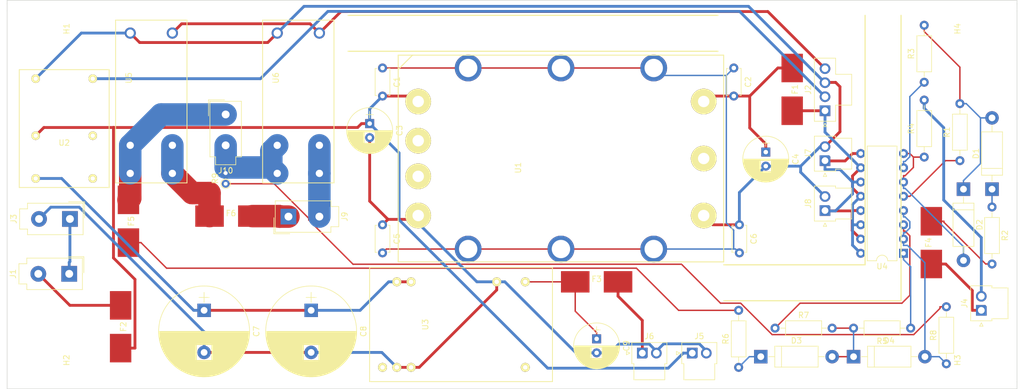
<source format=kicad_pcb>
(kicad_pcb (version 4) (host pcbnew 4.0.7)
  (layers (0 F.Cu signal) (31 B.Cu signal) (34 B.Paste user) (35 F.Paste user) (36 B.SilkS user) (37 F.SilkS user) (38 B.Mask user) (39 F.Mask user) (44 Edge.Cuts user))
  (net 0 "")
  (net 1 "Net-(C1-Pad1)")
  (net 2 /BATT+)
  (net 3 /BATT-)
  (net 4 /12V_SRC)
  (net 5 GND)
  (net 6 "Net-(C9-Pad1)")
  (net 7 "Net-(D1-Pad1)")
  (net 8 "Net-(D1-Pad2)")
  (net 9 "Net-(D2-Pad2)")
  (net 10 "Net-(D3-Pad1)")
  (net 11 "Net-(D3-Pad2)")
  (net 12 "Net-(D4-Pad2)")
  (net 13 /3.3V_TS)
  (net 14 /TS+)
  (net 15 "Net-(F4-Pad1)")
  (net 16 /CHARGER+)
  (net 17 "Net-(F5-Pad1)")
  (net 18 /12V)
  (net 19 /AIRS_FINAL_CHARGER)
  (net 20 /TS-)
  (net 21 /12V_INDICATOR)
  (net 22 /CHARGER-)
  (net 23 "Net-(R1-Pad1)")
  (net 24 "Net-(R3-Pad1)")
  (net 25 "Net-(R5-Pad1)")
  (net 26 "Net-(R7-Pad1)")
  (net 27 /BATT+_DIRECT)
  (net 28 /BATT+_LVBOARD)
  (net 29 /BATT+_CHARGER)
  (net 30 /BATT-_CHARGER)
  (net 31 /BATT+_CHGFUSED)
  (net 32 "Net-(R8-Pad2)")
  (net 33 /BATT+_DIRFUSED)
  (net 34 /VICOR_OUT)
  (module FSFootprints:G2RL-1A-E (layer F.Cu) (at 75.311 36.957 270)
    (fp_text reference U6 (at 8 4 270) (layer F.SilkS))
    (fp_text value G2RL-1A-E)
    (pad 5 thru_hole circle (at 25 3.75 270) (size 2 2) (drill 1.3) (layers *.Cu *.Mask) (net 22 /CHARGER-))
    (pad 4 thru_hole circle (at 25 -3.75 270) (size 2 2) (drill 1.3) (layers *.Cu *.Mask) (net 30 /BATT-_CHARGER))
    (pad 6 thru_hole circle (at 20 3.75 270) (size 2 2) (drill 1.3) (layers *.Cu *.Mask) (net 22 /CHARGER-))
    (pad 3 thru_hole circle (at 20 -3.75 270) (size 2 2) (drill 1.3) (layers *.Cu *.Mask) (net 30 /BATT-_CHARGER))
    (pad 8 thru_hole circle (at 0 3.75 270) (size 2 2) (drill 1.3) (layers *.Cu *.Mask) (net 5 GND))
    (pad 1 thru_hole circle (at 0 -3.75 270) (size 2 2) (drill 1.3) (layers *.Cu *.Mask) (net 19 /AIRS_FINAL_CHARGER))
  )
  (module "FSFootprints:SMD Fuse" (layer F.Cu) (at 63.3222 69.5706 180)
    (fp_text reference F6 (at 0 0.5 180) (layer F.SilkS))
    (fp_text value Fuse)
    (pad 2 smd rect (at 3.81 0 180) (size 5.08 3.81) (layers F.Cu F.Paste F.Mask) (net 31 /BATT+_CHGFUSED))
    (pad 1 smd rect (at -3.81 0 180) (size 5.08 3.81) (layers F.Cu F.Paste F.Mask) (net 29 /BATT+_CHARGER))
  )
  (module FSFootprints:G2RL-1A-E (layer F.Cu) (at 49.149 36.957 270)
    (fp_text reference U5 (at 8 4 270) (layer F.SilkS))
    (fp_text value G2RL-1A-E)
    (pad 5 thru_hole circle (at 25 3.75 270) (size 2 2) (drill 1.3) (layers *.Cu *.Mask) (net 16 /CHARGER+))
    (pad 4 thru_hole circle (at 25 -3.75 270) (size 2 2) (drill 1.3) (layers *.Cu *.Mask) (net 31 /BATT+_CHGFUSED))
    (pad 6 thru_hole circle (at 20 3.75 270) (size 2 2) (drill 1.3) (layers *.Cu *.Mask) (net 16 /CHARGER+))
    (pad 3 thru_hole circle (at 20 -3.75 270) (size 2 2) (drill 1.3) (layers *.Cu *.Mask) (net 31 /BATT+_CHGFUSED))
    (pad 8 thru_hole circle (at 0 3.75 270) (size 2 2) (drill 1.3) (layers *.Cu *.Mask) (net 5 GND))
    (pad 1 thru_hole circle (at 0 -3.75 270) (size 2 2) (drill 1.3) (layers *.Cu *.Mask) (net 19 /AIRS_FINAL_CHARGER))
  )
  (module Housings_DIP:DIP-16_W7.62mm (layer F.Cu) (at 183.007 76.2 180)
    (fp_text reference U4 (at 3.81 -2.33 180) (layer F.SilkS))
    (fp_text value PS2501-4)
    (pad 1 thru_hole rect (at 0 0 180) (size 1.6 1.6) (drill 0.8) (layers *.Cu *.Mask) (net 25 "Net-(R5-Pad1)"))
    (pad 9 thru_hole oval (at 7.62 17.78 180) (size 1.6 1.6) (drill 0.8) (layers *.Cu *.Mask) (net 21 /12V_INDICATOR))
    (pad 2 thru_hole oval (at 0 2.54 180) (size 1.6 1.6) (drill 0.8) (layers *.Cu *.Mask) (net 12 "Net-(D4-Pad2)"))
    (pad 10 thru_hole oval (at 7.62 15.24 180) (size 1.6 1.6) (drill 0.8) (layers *.Cu *.Mask) (net 4 /12V_SRC))
    (pad 3 thru_hole oval (at 0 5.08 180) (size 1.6 1.6) (drill 0.8) (layers *.Cu *.Mask) (net 26 "Net-(R7-Pad1)"))
    (pad 11 thru_hole oval (at 7.62 12.7 180) (size 1.6 1.6) (drill 0.8) (layers *.Cu *.Mask) (net 21 /12V_INDICATOR))
    (pad 4 thru_hole oval (at 0 7.62 180) (size 1.6 1.6) (drill 0.8) (layers *.Cu *.Mask) (net 12 "Net-(D4-Pad2)"))
    (pad 12 thru_hole oval (at 7.62 10.16 180) (size 1.6 1.6) (drill 0.8) (layers *.Cu *.Mask) (net 4 /12V_SRC))
    (pad 5 thru_hole oval (at 0 10.16 180) (size 1.6 1.6) (drill 0.8) (layers *.Cu *.Mask) (net 23 "Net-(R1-Pad1)"))
    (pad 13 thru_hole oval (at 7.62 7.62 180) (size 1.6 1.6) (drill 0.8) (layers *.Cu *.Mask) (net 21 /12V_INDICATOR))
    (pad 6 thru_hole oval (at 0 12.7 180) (size 1.6 1.6) (drill 0.8) (layers *.Cu *.Mask) (net 9 "Net-(D2-Pad2)"))
    (pad 14 thru_hole oval (at 7.62 5.08 180) (size 1.6 1.6) (drill 0.8) (layers *.Cu *.Mask) (net 4 /12V_SRC))
    (pad 7 thru_hole oval (at 0 15.24 180) (size 1.6 1.6) (drill 0.8) (layers *.Cu *.Mask) (net 24 "Net-(R3-Pad1)"))
    (pad 15 thru_hole oval (at 7.62 2.54 180) (size 1.6 1.6) (drill 0.8) (layers *.Cu *.Mask) (net 21 /12V_INDICATOR))
    (pad 8 thru_hole oval (at 0 17.78 180) (size 1.6 1.6) (drill 0.8) (layers *.Cu *.Mask) (net 9 "Net-(D2-Pad2)"))
    (pad 16 thru_hole oval (at 7.62 0 180) (size 1.6 1.6) (drill 0.8) (layers *.Cu *.Mask) (net 4 /12V_SRC))
  )
  (module FSFootprints:RDD08110S3V3 (layer F.Cu) (at 90.297 96.52 90)
    (fp_text reference U3 (at 7.62 7.62 90) (layer F.SilkS))
    (fp_text value RDD08110S3V3)
    (pad 1 thru_hole oval (at 0 0 90) (size 1.6 1.6) (drill 0.8) (layers *.Cu *.Mask F.SilkS))
    (pad 2 thru_hole oval (at 0 2.54 90) (size 1.6 1.6) (drill 0.8) (layers *.Cu *.Mask F.SilkS) (net 3 /BATT-))
    (pad 3 thru_hole oval (at 0 5.08 90) (size 1.6 1.6) (drill 0.8) (layers *.Cu *.Mask F.SilkS) (net 3 /BATT-))
    (pad 11 thru_hole oval (at 0 25.4 90) (size 1.6 1.6) (drill 0.8) (layers *.Cu *.Mask F.SilkS))
    (pad 14 thru_hole oval (at 15.24 25.4 90) (size 1.6 1.6) (drill 0.8) (layers *.Cu *.Mask F.SilkS) (net 6 "Net-(C9-Pad1)"))
    (pad 16 thru_hole oval (at 15.24 20.32 90) (size 1.6 1.6) (drill 0.8) (layers *.Cu *.Mask F.SilkS) (net 3 /BATT-))
    (pad 22 thru_hole oval (at 15.24 5.08 90) (size 1.6 1.6) (drill 0.8) (layers *.Cu *.Mask F.SilkS) (net 28 /BATT+_LVBOARD))
    (pad 23 thru_hole oval (at 15.24 2.54 90) (size 1.6 1.6) (drill 0.8) (layers *.Cu *.Mask F.SilkS) (net 28 /BATT+_LVBOARD))
  )
  (module FSFootprints:DK1A1B-12V (layer F.Cu) (at 33.655 55.245)
    (fp_text reference U2 (at 0 1.27) (layer F.SilkS))
    (fp_text value DK1A1B-12V)
    (pad 1 thru_hole circle (at -5.08 -10.16) (size 1.524 1.524) (drill 0.762) (layers *.Cu *.Mask F.SilkS) (net 5 GND))
    (pad 3 thru_hole circle (at -5.08 0) (size 1.524 1.524) (drill 0.762) (layers *.Cu *.Mask F.SilkS) (net 2 /BATT+))
    (pad 4 thru_hole circle (at -5.08 7.62) (size 1.524 1.524) (drill 0.762) (layers *.Cu *.Mask F.SilkS) (net 28 /BATT+_LVBOARD))
    (pad 8 thru_hole circle (at 5.08 -10.16) (size 1.524 1.524) (drill 0.762) (layers *.Cu *.Mask F.SilkS) (net 18 /12V))
    (pad 6 thru_hole circle (at 5.08 0) (size 1.524 1.524) (drill 0.762) (layers *.Cu *.Mask F.SilkS))
    (pad 5 thru_hole circle (at 5.08 7.62) (size 1.524 1.524) (drill 0.762) (layers *.Cu *.Mask F.SilkS))
  )
  (module FSFootprints:VICOR-DCDC (layer F.Cu) (at 96.647 43.18 90)
    (fp_text reference U1 (at -17.78 17.78 90) (layer F.SilkS))
    (fp_text value V110C12E100BL)
    (pad 4 thru_hole circle (at -26.289 0 90) (size 4.572 4.572) (drill 2.032) (layers *.Cu *.Mask F.SilkS) (net 3 /BATT-))
    (pad 3 thru_hole circle (at -19.304 0 90) (size 4.572 4.572) (drill 2.032) (layers *.Cu *.Mask F.SilkS))
    (pad 2 thru_hole circle (at -12.954 0 90) (size 4.572 4.572) (drill 2.032) (layers *.Cu *.Mask F.SilkS))
    (pad 1 thru_hole circle (at -5.969 0 90) (size 4.572 4.572) (drill 2.032) (layers *.Cu *.Mask F.SilkS) (net 2 /BATT+))
    (pad 5 thru_hole circle (at -26.289 50.8 90) (size 4.572 4.572) (drill 2.032) (layers *.Cu *.Mask F.SilkS) (net 5 GND))
    (pad 6 thru_hole circle (at -16.129 50.8 90) (size 4.572 4.572) (drill 2.032) (layers *.Cu *.Mask F.SilkS))
    (pad 7 thru_hole circle (at -5.969 50.8 90) (size 4.572 4.572) (drill 2.032) (layers *.Cu *.Mask F.SilkS) (net 34 /VICOR_OUT))
    (pad C thru_hole circle (at 0 8.89 90) (size 4.7625 4.7625) (drill 3.2639) (layers *.Cu *.Mask) (net 1 "Net-(C1-Pad1)"))
    (pad C thru_hole circle (at -32.258 25.4 90) (size 4.7625 4.7625) (drill 3.2639) (layers *.Cu *.Mask) (net 1 "Net-(C1-Pad1)"))
    (pad C thru_hole circle (at -32.258 8.89 90) (size 4.7625 4.7625) (drill 3.2639) (layers *.Cu *.Mask) (net 1 "Net-(C1-Pad1)"))
    (pad C thru_hole circle (at -32.258 41.91 90) (size 4.7625 4.7625) (drill 3.2639) (layers *.Cu *.Mask) (net 1 "Net-(C1-Pad1)"))
    (pad C thru_hole circle (at 0 25.4 90) (size 4.7625 4.7625) (drill 3.2639) (layers *.Cu *.Mask) (net 1 "Net-(C1-Pad1)"))
    (pad C thru_hole circle (at 0 41.91 90) (size 4.7625 4.7625) (drill 3.2639) (layers *.Cu *.Mask) (net 1 "Net-(C1-Pad1)"))
  )
  (module Resistors_THT:R_Axial_DIN0207_L6.3mm_D2.5mm_P10.16mm_Horizontal (layer F.Cu) (at 190.627 95.885 90)
    (fp_text reference R8 (at 5.08 -2.31 90) (layer F.SilkS))
    (fp_text value 1.5kR)
    (pad 1 thru_hole circle (at 0 0 90) (size 1.6 1.6) (drill 0.8) (layers *.Cu *.Mask) (net 12 "Net-(D4-Pad2)"))
    (pad 2 thru_hole oval (at 10.16 0 90) (size 1.6 1.6) (drill 0.8) (layers *.Cu *.Mask) (net 32 "Net-(R8-Pad2)"))
  )
  (module Resistors_THT:R_Axial_DIN0207_L6.3mm_D2.5mm_P10.16mm_Horizontal (layer F.Cu) (at 160.147 89.535)
    (fp_text reference R7 (at 5.08 -2.31) (layer F.SilkS))
    (fp_text value R)
    (pad 1 thru_hole circle (at 0 0) (size 1.6 1.6) (drill 0.8) (layers *.Cu *.Mask) (net 26 "Net-(R7-Pad1)"))
    (pad 2 thru_hole oval (at 10.16 0) (size 1.6 1.6) (drill 0.8) (layers *.Cu *.Mask) (net 11 "Net-(D3-Pad2)"))
  )
  (module Resistors_THT:R_Axial_DIN0207_L6.3mm_D2.5mm_P10.16mm_Horizontal (layer F.Cu) (at 153.67 96.52 90)
    (fp_text reference R6 (at 5.08 -2.31 90) (layer F.SilkS))
    (fp_text value 1.5kR)
    (pad 1 thru_hole circle (at 0 0 90) (size 1.6 1.6) (drill 0.8) (layers *.Cu *.Mask) (net 10 "Net-(D3-Pad1)"))
    (pad 2 thru_hole oval (at 10.16 0 90) (size 1.6 1.6) (drill 0.8) (layers *.Cu *.Mask) (net 17 "Net-(F5-Pad1)"))
  )
  (module Resistors_THT:R_Axial_DIN0207_L6.3mm_D2.5mm_P10.16mm_Horizontal (layer F.Cu) (at 184.277 89.535 180)
    (fp_text reference R5 (at 5.08 -2.31 180) (layer F.SilkS))
    (fp_text value R)
    (pad 1 thru_hole circle (at 0 0 180) (size 1.6 1.6) (drill 0.8) (layers *.Cu *.Mask) (net 25 "Net-(R5-Pad1)"))
    (pad 2 thru_hole oval (at 10.16 0 180) (size 1.6 1.6) (drill 0.8) (layers *.Cu *.Mask) (net 11 "Net-(D3-Pad2)"))
  )
  (module Resistors_THT:R_Axial_DIN0207_L6.3mm_D2.5mm_P10.16mm_Horizontal (layer F.Cu) (at 186.69 59.055 90)
    (fp_text reference R4 (at 5.08 -2.31 90) (layer F.SilkS))
    (fp_text value 1.5kR)
    (pad 1 thru_hole circle (at 0 0 90) (size 1.6 1.6) (drill 0.8) (layers *.Cu *.Mask) (net 9 "Net-(D2-Pad2)"))
    (pad 2 thru_hole oval (at 10.16 0 90) (size 1.6 1.6) (drill 0.8) (layers *.Cu *.Mask) (net 20 /TS-))
  )
  (module Resistors_THT:R_Axial_DIN0207_L6.3mm_D2.5mm_P10.16mm_Horizontal (layer F.Cu) (at 186.69 45.72 90)
    (fp_text reference R3 (at 5.08 -2.31 90) (layer F.SilkS))
    (fp_text value R)
    (pad 1 thru_hole circle (at 0 0 90) (size 1.6 1.6) (drill 0.8) (layers *.Cu *.Mask) (net 24 "Net-(R3-Pad1)"))
    (pad 2 thru_hole oval (at 10.16 0 90) (size 1.6 1.6) (drill 0.8) (layers *.Cu *.Mask) (net 8 "Net-(D1-Pad2)"))
  )
  (module Resistors_THT:R_Axial_DIN0207_L6.3mm_D2.5mm_P10.16mm_Horizontal (layer F.Cu) (at 198.755 67.945 270)
    (fp_text reference R2 (at 5.08 -2.31 270) (layer F.SilkS))
    (fp_text value 1.5kR)
    (pad 1 thru_hole circle (at 0 0 270) (size 1.6 1.6) (drill 0.8) (layers *.Cu *.Mask) (net 7 "Net-(D1-Pad1)"))
    (pad 2 thru_hole oval (at 10.16 0 270) (size 1.6 1.6) (drill 0.8) (layers *.Cu *.Mask) (net 15 "Net-(F4-Pad1)"))
  )
  (module Resistors_THT:R_Axial_DIN0207_L6.3mm_D2.5mm_P10.16mm_Horizontal (layer F.Cu) (at 193.04 59.69 90)
    (fp_text reference R1 (at 5.08 -2.31 90) (layer F.SilkS))
    (fp_text value R)
    (pad 1 thru_hole circle (at 0 0 90) (size 1.6 1.6) (drill 0.8) (layers *.Cu *.Mask) (net 23 "Net-(R1-Pad1)"))
    (pad 2 thru_hole oval (at 10.16 0 90) (size 1.6 1.6) (drill 0.8) (layers *.Cu *.Mask) (net 8 "Net-(D1-Pad2)"))
  )
  (module Connectors_Molex:Molex_MiniFit-JR-5556-02A_2x01x4.20mm_Straight (layer F.Cu) (at 73.5584 69.6595 90)
    (fp_text reference J9 (at 0 10 90) (layer F.SilkS))
    (fp_text value "Charger Current to Batt")
    (pad 1 thru_hole rect (at 0 0 90) (size 2.8 2.8) (drill 1.4) (layers *.Cu *.Mask) (net 29 /BATT+_CHARGER))
    (pad 2 thru_hole circle (at 0 5.5 90) (size 2.8 2.8) (drill 1.4) (layers *.Cu *.Mask) (net 30 /BATT-_CHARGER))
  )
  (module Connectors_Molex:Molex_NanoFit_1x02x2.50mm_Straight (layer F.Cu) (at 169.037 68.58 90)
    (fp_text reference J8 (at 1.25 -3 90) (layer F.SilkS))
    (fp_text value "Acc LED 2")
    (pad 1 thru_hole rect (at 0 0 90) (size 1.9 1.9) (drill 1.2) (layers *.Cu *.Mask) (net 21 /12V_INDICATOR))
    (pad 2 thru_hole circle (at 2.5 0 90) (size 1.9 1.9) (drill 1.2) (layers *.Cu *.Mask) (net 5 GND))
    (pad "" np_thru_hole circle (at 1.25 1.34 90) (size 1.3 1.3) (drill 1.3) (layers *.Cu *.Mask))
  )
  (module Connectors_Molex:Molex_NanoFit_1x02x2.50mm_Straight (layer F.Cu) (at 169.037 59.69 90)
    (fp_text reference J7 (at 1.25 -3 90) (layer F.SilkS))
    (fp_text value "Acc LED 1")
    (pad 1 thru_hole rect (at 0 0 90) (size 1.9 1.9) (drill 1.2) (layers *.Cu *.Mask) (net 21 /12V_INDICATOR))
    (pad 2 thru_hole circle (at 2.5 0 90) (size 1.9 1.9) (drill 1.2) (layers *.Cu *.Mask) (net 5 GND))
    (pad "" np_thru_hole circle (at 1.25 1.34 90) (size 1.3 1.3) (drill 1.3) (layers *.Cu *.Mask))
  )
  (module Connectors_Molex:Molex_NanoFit_1x02x2.50mm_Straight (layer F.Cu) (at 136.525 93.98)
    (fp_text reference J6 (at 1.25 -3) (layer F.SilkS))
    (fp_text value "To LV Board")
    (pad 1 thru_hole rect (at 0 0) (size 1.9 1.9) (drill 1.2) (layers *.Cu *.Mask) (net 13 /3.3V_TS))
    (pad 2 thru_hole circle (at 2.5 0) (size 1.9 1.9) (drill 1.2) (layers *.Cu *.Mask) (net 3 /BATT-))
    (pad "" np_thru_hole circle (at 1.25 1.34) (size 1.3 1.3) (drill 1.3) (layers *.Cu *.Mask))
  )
  (module Connectors_Molex:Molex_NanoFit_1x02x2.50mm_Straight (layer F.Cu) (at 145.415 93.98)
    (fp_text reference J5 (at 1.25 -3) (layer F.SilkS))
    (fp_text value "IMD TS")
    (pad 1 thru_hole rect (at 0 0) (size 1.9 1.9) (drill 1.2) (layers *.Cu *.Mask) (net 2 /BATT+))
    (pad 2 thru_hole circle (at 2.5 0) (size 1.9 1.9) (drill 1.2) (layers *.Cu *.Mask) (net 3 /BATT-))
    (pad "" np_thru_hole circle (at 1.25 1.34) (size 1.3 1.3) (drill 1.3) (layers *.Cu *.Mask))
  )
  (module Connectors_Molex:Molex_MiniFit-JR-5556-02A_2x01x4.20mm_Straight (layer F.Cu) (at 34.671 70.0786 270)
    (fp_text reference J3 (at 0 10 270) (layer F.SilkS))
    (fp_text value "Batt Voltage")
    (pad 1 thru_hole rect (at 0 0 270) (size 2.8 2.8) (drill 1.4) (layers *.Cu *.Mask) (net 27 /BATT+_DIRECT))
    (pad 2 thru_hole circle (at 0 5.5 270) (size 2.8 2.8) (drill 1.4) (layers *.Cu *.Mask) (net 3 /BATT-))
  )
  (module Connectors_Molex:Molex_NanoFit_1x04x2.50mm_Straight (layer F.Cu) (at 169.037 50.8 90)
    (fp_text reference J2 (at 3.75 -3 90) (layer F.SilkS))
    (fp_text value "To LV Board")
    (pad 1 thru_hole rect (at 0 0 90) (size 1.9 1.9) (drill 1.2) (layers *.Cu *.Mask) (net 4 /12V_SRC))
    (pad 2 thru_hole circle (at 2.5 0 90) (size 1.9 1.9) (drill 1.2) (layers *.Cu *.Mask) (net 18 /12V))
    (pad 3 thru_hole circle (at 5 0 90) (size 1.9 1.9) (drill 1.2) (layers *.Cu *.Mask) (net 5 GND))
    (pad 4 thru_hole circle (at 7.5 0 90) (size 1.9 1.9) (drill 1.2) (layers *.Cu *.Mask) (net 19 /AIRS_FINAL_CHARGER))
    (pad "" np_thru_hole circle (at 3.75 1.34 90) (size 1.3 1.3) (drill 1.3) (layers *.Cu *.Mask))
  )
  (module Connectors_Molex:Molex_MiniFit-JR-5556-02A_2x01x4.20mm_Straight (layer F.Cu) (at 34.544 79.8576 270)
    (fp_text reference J1 (at 0 10 270) (layer F.SilkS))
    (fp_text value "TS -> GLV Regulator Jumper")
    (pad 1 thru_hole rect (at 0 0 270) (size 2.8 2.8) (drill 1.4) (layers *.Cu *.Mask) (net 27 /BATT+_DIRECT))
    (pad 2 thru_hole circle (at 0 5.5 270) (size 2.8 2.8) (drill 1.4) (layers *.Cu *.Mask) (net 33 /BATT+_DIRFUSED))
  )
  (module "FSFootprints:SMD Fuse" (layer F.Cu) (at 45.085 70.485 90)
    (fp_text reference F5 (at 0 0.5 90) (layer F.SilkS))
    (fp_text value "Charger 60V Fuse")
    (pad 2 smd rect (at 3.81 0 90) (size 5.08 3.81) (layers F.Cu F.Paste F.Mask) (net 16 /CHARGER+))
    (pad 1 smd rect (at -3.81 0 90) (size 5.08 3.81) (layers F.Cu F.Paste F.Mask) (net 17 "Net-(F5-Pad1)"))
  )
  (module "FSFootprints:SMD Fuse" (layer F.Cu) (at 187.96 74.295 270)
    (fp_text reference F4 (at 0 0.5 270) (layer F.SilkS))
    (fp_text value "TS 60V Fuse")
    (pad 2 smd rect (at 3.81 0 270) (size 5.08 3.81) (layers F.Cu F.Paste F.Mask) (net 14 /TS+))
    (pad 1 smd rect (at -3.81 0 270) (size 5.08 3.81) (layers F.Cu F.Paste F.Mask) (net 15 "Net-(F4-Pad1)"))
  )
  (module "FSFootprints:SMD Fuse" (layer F.Cu) (at 128.397 81.28 180)
    (fp_text reference F3 (at 0 0.5 180) (layer F.SilkS))
    (fp_text value Fuse)
    (pad 2 smd rect (at 3.81 0 180) (size 5.08 3.81) (layers F.Cu F.Paste F.Mask) (net 6 "Net-(C9-Pad1)"))
    (pad 1 smd rect (at -3.81 0 180) (size 5.08 3.81) (layers F.Cu F.Paste F.Mask) (net 13 /3.3V_TS))
  )
  (module "FSFootprints:SMD Fuse" (layer F.Cu) (at 43.688 89.281 90)
    (fp_text reference F2 (at 0 0.5 90) (layer F.SilkS))
    (fp_text value "IMD/DCDC Fuse")
    (pad 2 smd rect (at 3.81 0 90) (size 5.08 3.81) (layers F.Cu F.Paste F.Mask) (net 33 /BATT+_DIRFUSED))
    (pad 1 smd rect (at -3.81 0 90) (size 5.08 3.81) (layers F.Cu F.Paste F.Mask) (net 2 /BATT+))
  )
  (module "FSFootprints:SMD Fuse" (layer F.Cu) (at 163.195 46.99 90)
    (fp_text reference F1 (at 0 0.5 90) (layer F.SilkS))
    (fp_text value Fuse)
    (pad 2 smd rect (at 3.81 0 90) (size 5.08 3.81) (layers F.Cu F.Paste F.Mask) (net 34 /VICOR_OUT))
    (pad 1 smd rect (at -3.81 0 90) (size 5.08 3.81) (layers F.Cu F.Paste F.Mask) (net 4 /12V_SRC))
  )
  (module Diodes_THT:D_DO-15_P12.70mm_Horizontal (layer F.Cu) (at 174.117 94.615)
    (fp_text reference D4 (at 6.35 -2.86) (layer F.SilkS))
    (fp_text value "12V Zener")
    (pad 1 thru_hole rect (at 0 0) (size 2.4 2.4) (drill 1.2) (layers *.Cu *.Mask) (net 11 "Net-(D3-Pad2)"))
    (pad 2 thru_hole oval (at 12.7 0) (size 2.4 2.4) (drill 1.2) (layers *.Cu *.Mask) (net 12 "Net-(D4-Pad2)"))
  )
  (module Diodes_THT:D_DO-15_P12.70mm_Horizontal (layer F.Cu) (at 157.607 94.615)
    (fp_text reference D3 (at 6.35 -2.86) (layer F.SilkS))
    (fp_text value "48V Zener")
    (pad 1 thru_hole rect (at 0 0) (size 2.4 2.4) (drill 1.2) (layers *.Cu *.Mask) (net 10 "Net-(D3-Pad1)"))
    (pad 2 thru_hole oval (at 12.7 0) (size 2.4 2.4) (drill 1.2) (layers *.Cu *.Mask) (net 11 "Net-(D3-Pad2)"))
  )
  (module Diodes_THT:D_DO-15_P12.70mm_Horizontal (layer F.Cu) (at 193.675 64.77 270)
    (fp_text reference D2 (at 6.35 -2.86 270) (layer F.SilkS))
    (fp_text value "12V Zener")
    (pad 1 thru_hole rect (at 0 0 270) (size 2.4 2.4) (drill 1.2) (layers *.Cu *.Mask) (net 8 "Net-(D1-Pad2)"))
    (pad 2 thru_hole oval (at 12.7 0 270) (size 2.4 2.4) (drill 1.2) (layers *.Cu *.Mask) (net 9 "Net-(D2-Pad2)"))
  )
  (module Diodes_THT:D_DO-15_P12.70mm_Horizontal (layer F.Cu) (at 198.755 64.77 90)
    (fp_text reference D1 (at 6.35 -2.86 90) (layer F.SilkS))
    (fp_text value "48V Zener")
    (pad 1 thru_hole rect (at 0 0 90) (size 2.4 2.4) (drill 1.2) (layers *.Cu *.Mask) (net 7 "Net-(D1-Pad1)"))
    (pad 2 thru_hole oval (at 12.7 0 90) (size 2.4 2.4) (drill 1.2) (layers *.Cu *.Mask) (net 8 "Net-(D1-Pad2)"))
  )
  (module Capacitors_THT:CP_Radial_D8.0mm_P2.50mm (layer F.Cu) (at 128.397 91.44 270)
    (fp_text reference C9 (at 1.25 -5.31 270) (layer F.SilkS))
    (fp_text value CP)
    (pad 1 thru_hole rect (at 0 0 270) (size 1.6 1.6) (drill 0.8) (layers *.Cu *.Mask) (net 6 "Net-(C9-Pad1)"))
    (pad 2 thru_hole circle (at 2.5 0 270) (size 1.6 1.6) (drill 0.8) (layers *.Cu *.Mask) (net 3 /BATT-))
  )
  (module Capacitors_THT:CP_Radial_D16.0mm_P7.50mm (layer F.Cu) (at 77.597 86.36 270)
    (fp_text reference C8 (at 3.75 -9.31 270) (layer F.SilkS))
    (fp_text value 100uF)
    (pad 1 thru_hole rect (at 0 0 270) (size 2.4 2.4) (drill 1.2) (layers *.Cu *.Mask) (net 28 /BATT+_LVBOARD))
    (pad 2 thru_hole circle (at 7.5 0 270) (size 2.4 2.4) (drill 1.2) (layers *.Cu *.Mask) (net 3 /BATT-))
  )
  (module Capacitors_THT:CP_Radial_D16.0mm_P7.50mm (layer F.Cu) (at 58.547 86.36 270)
    (fp_text reference C7 (at 3.75 -9.31 270) (layer F.SilkS))
    (fp_text value 100uF)
    (pad 1 thru_hole rect (at 0 0 270) (size 2.4 2.4) (drill 1.2) (layers *.Cu *.Mask) (net 28 /BATT+_LVBOARD))
    (pad 2 thru_hole circle (at 7.5 0 270) (size 2.4 2.4) (drill 1.2) (layers *.Cu *.Mask) (net 3 /BATT-))
  )
  (module Capacitors_THT:CP_Radial_D8.0mm_P2.50mm (layer F.Cu) (at 158.496 58.166 270)
    (fp_text reference C4 (at 1.25 -5.31 270) (layer F.SilkS))
    (fp_text value CP)
    (pad 1 thru_hole rect (at 0 0 270) (size 1.6 1.6) (drill 0.8) (layers *.Cu *.Mask) (net 34 /VICOR_OUT))
    (pad 2 thru_hole circle (at 2.5 0 270) (size 1.6 1.6) (drill 0.8) (layers *.Cu *.Mask) (net 5 GND))
  )
  (module Capacitors_THT:CP_Radial_D8.0mm_P2.50mm (layer F.Cu) (at 88.011 53.086 270)
    (fp_text reference C3 (at 1.25 -5.31 270) (layer F.SilkS))
    (fp_text value 0.47uF)
    (pad 1 thru_hole rect (at 0 0 270) (size 1.6 1.6) (drill 0.8) (layers *.Cu *.Mask) (net 2 /BATT+))
    (pad 2 thru_hole circle (at 2.5 0 270) (size 1.6 1.6) (drill 0.8) (layers *.Cu *.Mask) (net 3 /BATT-))
  )
  (module Capacitors_THT:C_Disc_D4.7mm_W2.5mm_P5.00mm (layer F.Cu) (at 90.297 43.18 270)
    (fp_text reference C1 (at 2.5 -2.56 270) (layer F.SilkS))
    (fp_text value C)
    (pad 1 thru_hole circle (at 0 0 270) (size 1.6 1.6) (drill 0.8) (layers *.Cu *.Mask) (net 1 "Net-(C1-Pad1)"))
    (pad 2 thru_hole circle (at 5 0 270) (size 1.6 1.6) (drill 0.8) (layers *.Cu *.Mask) (net 2 /BATT+))
  )
  (module Capacitors_THT:C_Disc_D4.7mm_W2.5mm_P5.00mm (layer F.Cu) (at 152.806 43.18 270)
    (fp_text reference C2 (at 2.5 -2.56 270) (layer F.SilkS))
    (fp_text value C)
    (pad 1 thru_hole circle (at 0 0 270) (size 1.6 1.6) (drill 0.8) (layers *.Cu *.Mask) (net 1 "Net-(C1-Pad1)"))
    (pad 2 thru_hole circle (at 5 0 270) (size 1.6 1.6) (drill 0.8) (layers *.Cu *.Mask) (net 34 /VICOR_OUT))
  )
  (module Capacitors_THT:C_Disc_D4.7mm_W2.5mm_P5.00mm (layer F.Cu) (at 90.297 71.12 270)
    (fp_text reference C5 (at 2.5 -2.56 270) (layer F.SilkS))
    (fp_text value C)
    (pad 1 thru_hole circle (at 0 0 270) (size 1.6 1.6) (drill 0.8) (layers *.Cu *.Mask) (net 3 /BATT-))
    (pad 2 thru_hole circle (at 5 0 270) (size 1.6 1.6) (drill 0.8) (layers *.Cu *.Mask) (net 1 "Net-(C1-Pad1)"))
  )
  (module Capacitors_THT:C_Disc_D4.7mm_W2.5mm_P5.00mm (layer F.Cu) (at 153.797 71.12 270)
    (fp_text reference C6 (at 2.5 -2.56 270) (layer F.SilkS))
    (fp_text value C)
    (pad 1 thru_hole circle (at 0 0 270) (size 1.6 1.6) (drill 0.8) (layers *.Cu *.Mask) (net 5 GND))
    (pad 2 thru_hole circle (at 5 0 270) (size 1.6 1.6) (drill 0.8) (layers *.Cu *.Mask) (net 1 "Net-(C1-Pad1)"))
  )
  (module Connectors_Molex:Molex_NanoFit_1x02x2.50mm_Straight (layer F.Cu) (at 196.85 86.36 90)
    (fp_text reference J4 (at 1.25 -3 90) (layer F.SilkS))
    (fp_text value "TS (Switched)")
    (pad 1 thru_hole rect (at 0 0 90) (size 1.9 1.9) (drill 1.2) (layers *.Cu *.Mask) (net 14 /TS+))
    (pad 2 thru_hole circle (at 2.5 0 90) (size 1.9 1.9) (drill 1.2) (layers *.Cu *.Mask) (net 20 /TS-))
    (pad "" np_thru_hole circle (at 1.25 1.34 90) (size 1.3 1.3) (drill 1.3) (layers *.Cu *.Mask))
  )
  (module Connectors_Molex:Molex_MiniFit-JR-5556-02A_2x01x4.20mm_Straight (layer F.Cu) (at 62.3824 51.4604)
    (fp_text reference J10 (at 0 10) (layer F.SilkS))
    (fp_text value "Charger Current")
    (pad 1 thru_hole rect (at 0 0) (size 2.8 2.8) (drill 1.4) (layers *.Cu *.Mask) (net 16 /CHARGER+))
    (pad 2 thru_hole circle (at 0 5.5) (size 2.8 2.8) (drill 1.4) (layers *.Cu *.Mask) (net 22 /CHARGER-))
  )
  (module Resistors_THT:R_Axial_DIN0204_L3.6mm_D1.6mm_P1.90mm_Vertical (layer F.Cu) (at 62.3824 63.8048 90)
    (fp_text reference R9 (at 0.95 -1.86 90) (layer F.SilkS))
    (fp_text value 0)
    (pad 1 thru_hole circle (at 0 0 90) (size 1.4 1.4) (drill 0.7) (layers *.Cu *.Mask) (net 32 "Net-(R8-Pad2)"))
    (pad 2 thru_hole oval (at 1.9 0 90) (size 1.4 1.4) (drill 0.7) (layers *.Cu *.Mask) (net 22 /CHARGER-))
  )
  (module Mounting_Holes:MountingHole_4.5mm (layer F.Cu) (at 28.575 36.195 270)
    (fp_text reference H1 (at 0 -5.5 270) (layer F.SilkS))
    (fp_text value MtngHole)
    (pad 1 np_thru_hole circle (at 0 0 270) (size 4.5 4.5) (drill 4.5) (layers *.Cu *.Mask))
  )
  (module Mounting_Holes:MountingHole_4.5mm (layer F.Cu) (at 28.575 95.25 270)
    (fp_text reference H2 (at 0 -5.5 270) (layer F.SilkS))
    (fp_text value MtngHole)
    (pad 1 np_thru_hole circle (at 0 0 270) (size 4.5 4.5) (drill 4.5) (layers *.Cu *.Mask))
  )
  (module Mounting_Holes:MountingHole_4.5mm (layer F.Cu) (at 198.12 95.25 90)
    (fp_text reference H3 (at 0 -5.5 90) (layer F.SilkS))
    (fp_text value MtngHole)
    (pad 1 np_thru_hole circle (at 0 0 90) (size 4.5 4.5) (drill 4.5) (layers *.Cu *.Mask))
  )
  (module Mounting_Holes:MountingHole_4.5mm (layer F.Cu) (at 198.12 36.195 90)
    (fp_text reference H4 (at 0 -5.5 90) (layer F.SilkS))
    (fp_text value MtngHole)
    (pad 1 np_thru_hole circle (at 0 0 90) (size 4.5 4.5) (drill 4.5) (layers *.Cu *.Mask))
  )
  (gr_line (start 203.2 31.115) (end 203.2 31.75) (angle 90) (layer Edge.Cuts) (width 0.1))
  (gr_line (start 23.495 31.115) (end 203.2 31.115) (angle 90) (layer Edge.Cuts) (width 0.1))
  (gr_line (start 23.495 31.75) (end 23.495 31.115) (angle 90) (layer Edge.Cuts) (width 0.1))
  (gr_line (start 203.2 31.75) (end 203.2 33.02) (angle 90) (layer Edge.Cuts) (width 0.1))
  (gr_line (start 23.495 33.02) (end 23.495 31.75) (angle 90) (layer Edge.Cuts) (width 0.1))
  (gr_line (start 23.495 100.33) (end 23.495 33.02) (angle 90) (layer Edge.Cuts) (width 0.1))
  (gr_line (start 203.2 100.33) (end 23.495 100.33) (angle 90) (layer Edge.Cuts) (width 0.1))
  (gr_line (start 203.2 99.06) (end 203.2 100.33) (angle 90) (layer Edge.Cuts) (width 0.1))
  (gr_line (start 203.2 33.02) (end 203.2 99.06) (angle 90) (layer Edge.Cuts) (width 0.1))
  (gr_line (start 176.167 78.25) (end 176.167 33.8) (angle 90) (layer F.SilkS) (width 0.2))
  (gr_line (start 182.567 84.65) (end 182.567 33.8) (angle 90) (layer F.SilkS) (width 0.2))
  (gr_line (start 84.167 33.8) (end 149.987 33.8) (angle 90) (layer F.SilkS) (width 0.2))
  (gr_line (start 84.167 40.2) (end 149.987 40.2) (angle 90) (layer F.SilkS) (width 0.2))
  (gr_line (start 151.017 84.65) (end 182.567 84.65) (angle 90) (layer F.SilkS) (width 0.2))
  (gr_line (start 151.017 78.25) (end 176.167 78.25) (angle 90) (layer F.SilkS) (width 0.2))
  (segment (start 90.297 43.18) (end 105.537 43.18) (width 0.25) (layer F.Cu) (net 1))
  (segment (start 138.557 43.18) (end 122.047 43.18) (width 0.25) (layer F.Cu) (net 1))
  (segment (start 122.047 43.18) (end 105.537 43.18) (width 0.25) (layer F.Cu) (net 1))
  (segment (start 138.557 75.438) (end 122.047 75.438) (width 0.25) (layer F.Cu) (net 1))
  (segment (start 139.8824 44.5054) (end 138.557 43.18) (width 0.25) (layer B.Cu) (net 1))
  (segment (start 151.4806 44.5054) (end 139.8824 44.5054) (width 0.25) (layer B.Cu) (net 1))
  (segment (start 151.4806 44.5054) (end 152.806 43.18) (width 0.25) (layer B.Cu) (net 1))
  (segment (start 122.047 75.438) (end 105.537 75.438) (width 0.25) (layer F.Cu) (net 1))
  (segment (start 90.979 75.438) (end 90.297 76.12) (width 0.25) (layer F.Cu) (net 1))
  (segment (start 105.537 75.438) (end 90.979 75.438) (width 0.25) (layer F.Cu) (net 1))
  (segment (start 151.4806 70.7807) (end 151.4806 44.5054) (width 0.25) (layer B.Cu) (net 1))
  (segment (start 152.7836 72.0837) (end 151.4806 70.7807) (width 0.25) (layer B.Cu) (net 1))
  (segment (start 152.7836 75.438) (end 152.7836 72.0837) (width 0.25) (layer B.Cu) (net 1))
  (segment (start 153.115 75.438) (end 152.7836 75.438) (width 0.25) (layer B.Cu) (net 1))
  (segment (start 153.797 76.12) (end 153.115 75.438) (width 0.25) (layer B.Cu) (net 1))
  (segment (start 152.7836 75.438) (end 138.557 75.438) (width 0.25) (layer B.Cu) (net 1))
  (segment (start 95.678 48.18) (end 96.647 49.149) (width 0.5) (layer F.Cu) (net 2))
  (segment (start 90.297 48.18) (end 95.678 48.18) (width 0.5) (layer F.Cu) (net 2))
  (segment (start 88.011 53.086) (end 86.5607 53.086) (width 0.5) (layer F.Cu) (net 2))
  (segment (start 43.688 93.091) (end 46.2433 93.091) (width 0.5) (layer F.Cu) (net 2))
  (segment (start 46.2433 80.8462) (end 46.2433 93.091) (width 0.5) (layer F.Cu) (net 2))
  (segment (start 42.422 77.0249) (end 46.2433 80.8462) (width 0.5) (layer F.Cu) (net 2))
  (segment (start 42.422 53.7817) (end 42.422 77.0249) (width 0.5) (layer F.Cu) (net 2))
  (segment (start 85.865 53.7817) (end 42.422 53.7817) (width 0.5) (layer F.Cu) (net 2))
  (segment (start 86.5607 53.086) (end 85.865 53.7817) (width 0.5) (layer F.Cu) (net 2))
  (segment (start 30.0383 53.7817) (end 28.575 55.245) (width 0.5) (layer F.Cu) (net 2))
  (segment (start 42.422 53.7817) (end 30.0383 53.7817) (width 0.5) (layer F.Cu) (net 2))
  (segment (start 145.415 93.98) (end 143.8147 93.98) (width 0.5) (layer B.Cu) (net 2))
  (segment (start 88.011 50.466) (end 88.011 53.086) (width 0.5) (layer B.Cu) (net 2))
  (segment (start 90.297 48.18) (end 88.011 50.466) (width 0.5) (layer B.Cu) (net 2))
  (segment (start 141.1268 96.6679) (end 143.8147 93.98) (width 0.5) (layer B.Cu) (net 2))
  (segment (start 119.6882 96.6679) (end 141.1268 96.6679) (width 0.5) (layer B.Cu) (net 2))
  (segment (start 93.2468 70.2265) (end 119.6882 96.6679) (width 0.5) (layer B.Cu) (net 2))
  (segment (start 93.2468 58.3218) (end 93.2468 70.2265) (width 0.5) (layer B.Cu) (net 2))
  (segment (start 88.011 53.086) (end 93.2468 58.3218) (width 0.5) (layer B.Cu) (net 2))
  (segment (start 58.547 93.86) (end 77.597 93.86) (width 0.5) (layer F.Cu) (net 3))
  (segment (start 140.3271 92.3275) (end 139.025 93.6296) (width 0.5) (layer B.Cu) (net 3))
  (segment (start 146.6648 92.3275) (end 140.3271 92.3275) (width 0.5) (layer B.Cu) (net 3))
  (segment (start 147.915 93.5777) (end 146.6648 92.3275) (width 0.5) (layer B.Cu) (net 3))
  (segment (start 147.915 93.98) (end 147.915 93.5777) (width 0.5) (layer B.Cu) (net 3))
  (segment (start 139.025 93.6296) (end 139.025 93.98) (width 0.5) (layer B.Cu) (net 3))
  (segment (start 130.7768 93.94) (end 128.397 93.94) (width 0.5) (layer B.Cu) (net 3))
  (segment (start 132.3372 92.3796) (end 130.7768 93.94) (width 0.5) (layer B.Cu) (net 3))
  (segment (start 137.775 92.3796) (end 132.3372 92.3796) (width 0.5) (layer B.Cu) (net 3))
  (segment (start 139.025 93.6296) (end 137.775 92.3796) (width 0.5) (layer B.Cu) (net 3))
  (segment (start 31.2704 67.9792) (end 29.171 70.0786) (width 0.5) (layer B.Cu) (net 3))
  (segment (start 36.3237 67.9792) (end 31.2704 67.9792) (width 0.5) (layer B.Cu) (net 3))
  (segment (start 58.547 90.2025) (end 36.3237 67.9792) (width 0.5) (layer B.Cu) (net 3))
  (segment (start 58.547 93.86) (end 58.547 90.2025) (width 0.5) (layer B.Cu) (net 3))
  (segment (start 90.177 93.86) (end 77.597 93.86) (width 0.5) (layer B.Cu) (net 3))
  (segment (start 92.837 96.52) (end 90.177 93.86) (width 0.5) (layer B.Cu) (net 3))
  (segment (start 92.837 96.52) (end 95.377 96.52) (width 0.5) (layer F.Cu) (net 3))
  (segment (start 90.297 71.12) (end 91.263 70.154) (width 0.5) (layer F.Cu) (net 3))
  (segment (start 95.962 70.154) (end 91.263 70.154) (width 0.5) (layer F.Cu) (net 3))
  (segment (start 96.647 69.469) (end 95.962 70.154) (width 0.5) (layer F.Cu) (net 3))
  (segment (start 88.011 66.902) (end 88.011 55.586) (width 0.5) (layer F.Cu) (net 3))
  (segment (start 91.263 70.154) (end 88.011 66.902) (width 0.5) (layer F.Cu) (net 3))
  (segment (start 124.7273 93.94) (end 128.397 93.94) (width 0.5) (layer B.Cu) (net 3))
  (segment (start 112.0673 81.28) (end 124.7273 93.94) (width 0.5) (layer B.Cu) (net 3))
  (segment (start 110.617 81.28) (end 112.0673 81.28) (width 0.5) (layer B.Cu) (net 3))
  (segment (start 110.617 82.7303) (end 96.8273 96.52) (width 0.5) (layer F.Cu) (net 3))
  (segment (start 110.617 81.28) (end 110.617 82.7303) (width 0.5) (layer F.Cu) (net 3))
  (segment (start 95.377 96.52) (end 96.8273 96.52) (width 0.5) (layer F.Cu) (net 3))
  (segment (start 107.0897 81.28) (end 110.617 81.28) (width 0.5) (layer B.Cu) (net 3))
  (segment (start 96.647 70.8373) (end 107.0897 81.28) (width 0.5) (layer B.Cu) (net 3))
  (segment (start 96.647 69.469) (end 96.647 70.8373) (width 0.5) (layer B.Cu) (net 3))
  (segment (start 169.037 50.8) (end 163.195 50.8) (width 0.5) (layer F.Cu) (net 4))
  (segment (start 173.9367 62.4103) (end 175.387 60.96) (width 0.5) (layer F.Cu) (net 4))
  (segment (start 173.9367 64.5897) (end 173.9367 62.4103) (width 0.5) (layer F.Cu) (net 4))
  (segment (start 175.387 66.04) (end 173.9367 64.5897) (width 0.5) (layer F.Cu) (net 4))
  (segment (start 169.037 54.61) (end 169.037 50.8) (width 0.5) (layer B.Cu) (net 4))
  (segment (start 175.387 60.96) (end 169.037 54.61) (width 0.5) (layer B.Cu) (net 4))
  (segment (start 175.387 71.12) (end 173.9367 71.12) (width 0.5) (layer B.Cu) (net 4))
  (segment (start 173.9367 67.4903) (end 173.9367 71.12) (width 0.5) (layer B.Cu) (net 4))
  (segment (start 175.387 66.04) (end 173.9367 67.4903) (width 0.5) (layer B.Cu) (net 4))
  (segment (start 173.9367 74.7497) (end 175.387 76.2) (width 0.5) (layer B.Cu) (net 4))
  (segment (start 173.9367 71.12) (end 173.9367 74.7497) (width 0.5) (layer B.Cu) (net 4))
  (segment (start 149.098 71.12) (end 147.447 69.469) (width 0.5) (layer F.Cu) (net 5))
  (segment (start 153.797 71.12) (end 149.098 71.12) (width 0.5) (layer F.Cu) (net 5))
  (segment (start 36.703 36.957) (end 45.399 36.957) (width 0.5) (layer B.Cu) (net 5))
  (segment (start 28.575 45.085) (end 36.703 36.957) (width 0.5) (layer B.Cu) (net 5))
  (segment (start 69.8755 38.6425) (end 71.561 36.957) (width 0.5) (layer F.Cu) (net 5))
  (segment (start 47.0845 38.6425) (end 69.8755 38.6425) (width 0.5) (layer F.Cu) (net 5))
  (segment (start 45.399 36.957) (end 47.0845 38.6425) (width 0.5) (layer F.Cu) (net 5))
  (segment (start 153.797 65.365) (end 158.496 60.666) (width 0.5) (layer B.Cu) (net 5))
  (segment (start 153.797 71.12) (end 153.797 65.365) (width 0.5) (layer B.Cu) (net 5))
  (segment (start 158.496 60.666) (end 164.703 60.666) (width 0.5) (layer B.Cu) (net 5))
  (segment (start 164.703 61.746) (end 169.037 66.08) (width 0.5) (layer B.Cu) (net 5))
  (segment (start 164.703 60.666) (end 164.703 61.746) (width 0.5) (layer B.Cu) (net 5))
  (segment (start 168.179 57.19) (end 164.703 60.666) (width 0.5) (layer B.Cu) (net 5))
  (segment (start 169.037 57.19) (end 168.179 57.19) (width 0.5) (layer B.Cu) (net 5))
  (segment (start 171.6964 54.5306) (end 169.037 57.19) (width 0.5) (layer F.Cu) (net 5))
  (segment (start 171.6964 46.5181) (end 171.6964 54.5306) (width 0.5) (layer F.Cu) (net 5))
  (segment (start 170.9276 45.7493) (end 171.6964 46.5181) (width 0.5) (layer F.Cu) (net 5))
  (segment (start 169.0877 45.7493) (end 170.9276 45.7493) (width 0.5) (layer F.Cu) (net 5))
  (segment (start 169.037 45.8) (end 169.0877 45.7493) (width 0.5) (layer F.Cu) (net 5))
  (segment (start 76.3266 32.1914) (end 71.561 36.957) (width 0.5) (layer B.Cu) (net 5))
  (segment (start 155.4284 32.1914) (end 76.3266 32.1914) (width 0.5) (layer B.Cu) (net 5))
  (segment (start 169.037 45.8) (end 155.4284 32.1914) (width 0.5) (layer B.Cu) (net 5))
  (segment (start 128.397 91.44) (end 128.397 90.3147) (width 0.25) (layer F.Cu) (net 6))
  (segment (start 124.587 86.5047) (end 124.587 81.28) (width 0.25) (layer F.Cu) (net 6))
  (segment (start 128.397 90.3147) (end 124.587 86.5047) (width 0.25) (layer F.Cu) (net 6))
  (segment (start 115.697 81.28) (end 116.8223 81.28) (width 0.25) (layer F.Cu) (net 6))
  (segment (start 124.587 81.28) (end 116.8223 81.28) (width 0.25) (layer F.Cu) (net 6))
  (segment (start 198.755 64.77) (end 198.755 67.945) (width 0.25) (layer B.Cu) (net 7))
  (segment (start 193.675 64.77) (end 193.675 63.2447) (width 0.25) (layer B.Cu) (net 8))
  (segment (start 196.7053 60.2144) (end 193.675 63.2447) (width 0.25) (layer B.Cu) (net 8))
  (segment (start 196.7053 52.07) (end 196.7053 60.2144) (width 0.25) (layer B.Cu) (net 8))
  (segment (start 198.755 52.07) (end 196.7053 52.07) (width 0.25) (layer B.Cu) (net 8))
  (segment (start 196.7053 52.07) (end 194.1653 49.53) (width 0.25) (layer B.Cu) (net 8))
  (segment (start 193.04 49.53) (end 194.1653 49.53) (width 0.25) (layer B.Cu) (net 8))
  (segment (start 193.04 43.0353) (end 186.69 36.6853) (width 0.25) (layer F.Cu) (net 8))
  (segment (start 193.04 49.53) (end 193.04 43.0353) (width 0.25) (layer F.Cu) (net 8))
  (segment (start 186.69 35.56) (end 186.69 36.6853) (width 0.25) (layer F.Cu) (net 8))
  (segment (start 183.2883 64.6253) (end 183.007 64.6253) (width 0.25) (layer B.Cu) (net 9))
  (segment (start 193.675 75.012) (end 183.2883 64.6253) (width 0.25) (layer B.Cu) (net 9))
  (segment (start 193.675 77.47) (end 193.675 75.012) (width 0.25) (layer B.Cu) (net 9))
  (segment (start 183.007 63.5) (end 183.007 64.6253) (width 0.25) (layer B.Cu) (net 9))
  (segment (start 183.007 58.42) (end 184.1323 58.42) (width 0.25) (layer F.Cu) (net 9))
  (segment (start 184.7673 60.8957) (end 184.7673 59.055) (width 0.25) (layer F.Cu) (net 9))
  (segment (start 183.2883 62.3747) (end 184.7673 60.8957) (width 0.25) (layer F.Cu) (net 9))
  (segment (start 183.007 62.3747) (end 183.2883 62.3747) (width 0.25) (layer F.Cu) (net 9))
  (segment (start 186.69 59.055) (end 184.7673 59.055) (width 0.25) (layer F.Cu) (net 9))
  (segment (start 184.7673 59.055) (end 184.1323 58.42) (width 0.25) (layer F.Cu) (net 9))
  (segment (start 183.007 63.5) (end 183.007 62.3747) (width 0.25) (layer F.Cu) (net 9))
  (segment (start 155.575 94.615) (end 153.67 96.52) (width 0.25) (layer B.Cu) (net 10))
  (segment (start 157.607 94.615) (end 155.575 94.615) (width 0.25) (layer B.Cu) (net 10))
  (segment (start 170.307 94.615) (end 174.117 94.615) (width 0.25) (layer F.Cu) (net 11))
  (segment (start 174.117 94.615) (end 174.117 89.535) (width 0.25) (layer B.Cu) (net 11))
  (segment (start 174.117 89.535) (end 170.307 89.535) (width 0.25) (layer F.Cu) (net 11))
  (segment (start 189.357 94.615) (end 190.627 95.885) (width 0.25) (layer B.Cu) (net 12))
  (segment (start 186.817 94.615) (end 189.357 94.615) (width 0.25) (layer B.Cu) (net 12))
  (segment (start 183.007 73.66) (end 183.007 74.7853) (width 0.25) (layer B.Cu) (net 12))
  (segment (start 183.7103 74.7853) (end 183.007 74.7853) (width 0.25) (layer B.Cu) (net 12))
  (segment (start 186.817 77.892) (end 183.7103 74.7853) (width 0.25) (layer B.Cu) (net 12))
  (segment (start 186.817 94.615) (end 186.817 77.892) (width 0.25) (layer B.Cu) (net 12))
  (segment (start 183.2884 72.5347) (end 183.007 72.5347) (width 0.25) (layer B.Cu) (net 12))
  (segment (start 184.1323 71.6908) (end 183.2884 72.5347) (width 0.25) (layer B.Cu) (net 12))
  (segment (start 184.1323 70.5493) (end 184.1323 71.6908) (width 0.25) (layer B.Cu) (net 12))
  (segment (start 183.2883 69.7053) (end 184.1323 70.5493) (width 0.25) (layer B.Cu) (net 12))
  (segment (start 183.007 69.7053) (end 183.2883 69.7053) (width 0.25) (layer B.Cu) (net 12))
  (segment (start 183.007 68.58) (end 183.007 69.7053) (width 0.25) (layer B.Cu) (net 12))
  (segment (start 183.007 73.66) (end 183.007 72.5347) (width 0.25) (layer B.Cu) (net 12))
  (segment (start 136.525 88.1533) (end 132.207 83.8353) (width 0.5) (layer F.Cu) (net 13))
  (segment (start 136.525 93.98) (end 136.525 88.1533) (width 0.5) (layer F.Cu) (net 13))
  (segment (start 132.207 81.28) (end 132.207 83.8353) (width 0.5) (layer F.Cu) (net 13))
  (segment (start 195.2497 82.8394) (end 190.5153 78.105) (width 0.5) (layer F.Cu) (net 14))
  (segment (start 195.2497 86.36) (end 195.2497 82.8394) (width 0.5) (layer F.Cu) (net 14))
  (segment (start 196.85 86.36) (end 195.2497 86.36) (width 0.5) (layer F.Cu) (net 14))
  (segment (start 187.96 78.105) (end 190.5153 78.105) (width 0.5) (layer F.Cu) (net 14))
  (segment (start 190.1903 70.6656) (end 190.1903 70.485) (width 0.25) (layer F.Cu) (net 15))
  (segment (start 197.6297 78.105) (end 190.1903 70.6656) (width 0.25) (layer F.Cu) (net 15))
  (segment (start 198.755 78.105) (end 197.6297 78.105) (width 0.25) (layer F.Cu) (net 15))
  (segment (start 187.96 70.485) (end 190.1903 70.485) (width 0.25) (layer F.Cu) (net 15))
  (segment (start 45.399 66.361) (end 45.399 61.957) (width 4) (layer F.Cu) (net 16))
  (segment (start 45.085 66.675) (end 45.399 66.361) (width 4) (layer F.Cu) (net 16))
  (segment (start 50.8956 51.4604) (end 45.399 56.957) (width 4) (layer B.Cu) (net 16))
  (segment (start 62.3824 51.4604) (end 50.8956 51.4604) (width 4) (layer B.Cu) (net 16))
  (segment (start 45.399 56.957) (end 45.399 61.957) (width 4) (layer B.Cu) (net 16))
  (segment (start 51.87 78.8497) (end 47.3153 74.295) (width 0.25) (layer F.Cu) (net 17))
  (segment (start 135.4771 78.8497) (end 51.87 78.8497) (width 0.25) (layer F.Cu) (net 17))
  (segment (start 142.9874 86.36) (end 135.4771 78.8497) (width 0.25) (layer F.Cu) (net 17))
  (segment (start 153.67 86.36) (end 142.9874 86.36) (width 0.25) (layer F.Cu) (net 17))
  (segment (start 45.085 74.295) (end 47.3153 74.295) (width 0.25) (layer F.Cu) (net 17))
  (segment (start 68.5803 45.085) (end 38.735 45.085) (width 0.5) (layer B.Cu) (net 18))
  (segment (start 80.5736 33.0917) (end 68.5803 45.085) (width 0.5) (layer B.Cu) (net 18))
  (segment (start 153.8287 33.0917) (end 80.5736 33.0917) (width 0.5) (layer B.Cu) (net 18))
  (segment (start 169.037 48.3) (end 153.8287 33.0917) (width 0.5) (layer B.Cu) (net 18))
  (segment (start 77.4042 35.3002) (end 79.061 36.957) (width 0.5) (layer F.Cu) (net 19))
  (segment (start 54.5558 35.3002) (end 77.4042 35.3002) (width 0.5) (layer F.Cu) (net 19))
  (segment (start 52.899 36.957) (end 54.5558 35.3002) (width 0.5) (layer F.Cu) (net 19))
  (segment (start 82.8962 33.1218) (end 79.061 36.957) (width 0.5) (layer F.Cu) (net 19))
  (segment (start 158.8588 33.1218) (end 82.8962 33.1218) (width 0.5) (layer F.Cu) (net 19))
  (segment (start 169.037 43.3) (end 158.8588 33.1218) (width 0.5) (layer F.Cu) (net 19))
  (segment (start 190.1579 53.8132) (end 186.69 50.3453) (width 0.5) (layer B.Cu) (net 20))
  (segment (start 190.1579 66.709) (end 190.1579 53.8132) (width 0.5) (layer B.Cu) (net 20))
  (segment (start 196.85 73.4011) (end 190.1579 66.709) (width 0.5) (layer B.Cu) (net 20))
  (segment (start 196.85 83.86) (end 196.85 73.4011) (width 0.5) (layer B.Cu) (net 20))
  (segment (start 186.69 48.895) (end 186.69 50.3453) (width 0.5) (layer B.Cu) (net 20))
  (segment (start 175.387 68.58) (end 173.9367 68.58) (width 0.5) (layer F.Cu) (net 21))
  (segment (start 173.8748 72.1478) (end 173.8748 68.6419) (width 0.5) (layer F.Cu) (net 21))
  (segment (start 175.387 73.66) (end 173.8748 72.1478) (width 0.5) (layer F.Cu) (net 21))
  (segment (start 169.0989 68.6419) (end 173.8748 68.6419) (width 0.5) (layer F.Cu) (net 21))
  (segment (start 169.037 68.58) (end 169.0989 68.6419) (width 0.5) (layer F.Cu) (net 21))
  (segment (start 173.8748 68.6419) (end 173.9367 68.58) (width 0.5) (layer F.Cu) (net 21))
  (segment (start 169.0886 59.7416) (end 169.037 59.69) (width 0.5) (layer F.Cu) (net 21))
  (segment (start 172.6151 59.7416) (end 169.0886 59.7416) (width 0.5) (layer F.Cu) (net 21))
  (segment (start 173.9367 58.42) (end 172.6151 59.7416) (width 0.5) (layer F.Cu) (net 21))
  (segment (start 175.387 58.42) (end 173.9367 58.42) (width 0.5) (layer F.Cu) (net 21))
  (segment (start 175.387 63.5) (end 173.9367 63.5) (width 0.5) (layer B.Cu) (net 21))
  (segment (start 169.037 59.69) (end 169.037 61.2903) (width 0.5) (layer B.Cu) (net 21))
  (segment (start 173.9367 65.6163) (end 173.9367 63.5) (width 0.5) (layer B.Cu) (net 21))
  (segment (start 170.8994 68.6536) (end 173.9367 65.6163) (width 0.5) (layer B.Cu) (net 21))
  (segment (start 169.1106 68.6536) (end 170.8994 68.6536) (width 0.5) (layer B.Cu) (net 21))
  (segment (start 169.037 68.58) (end 169.1106 68.6536) (width 0.5) (layer B.Cu) (net 21))
  (segment (start 171.727 61.2903) (end 173.9367 63.5) (width 0.5) (layer B.Cu) (net 21))
  (segment (start 169.037 61.2903) (end 171.727 61.2903) (width 0.5) (layer B.Cu) (net 21))
  (segment (start 62.3824 60.9044) (end 62.3824 61.9048) (width 1.3998) (layer B.Cu) (net 22))
  (segment (start 62.3824 60.9044) (end 62.3824 56.9604) (width 4) (layer B.Cu) (net 22))
  (segment (start 70.5084 58.0096) (end 70.5084 60.9044) (width 4) (layer B.Cu) (net 22))
  (segment (start 71.561 56.957) (end 70.5084 58.0096) (width 4) (layer B.Cu) (net 22))
  (segment (start 62.3824 60.9044) (end 70.5084 60.9044) (width 4) (layer B.Cu) (net 22))
  (segment (start 70.5084 60.9044) (end 71.561 61.957) (width 4) (layer B.Cu) (net 22))
  (segment (start 190.4823 59.69) (end 184.1323 66.04) (width 0.25) (layer F.Cu) (net 23))
  (segment (start 193.04 59.69) (end 190.4823 59.69) (width 0.25) (layer F.Cu) (net 23))
  (segment (start 183.007 66.04) (end 184.1323 66.04) (width 0.25) (layer F.Cu) (net 23))
  (segment (start 183.2884 59.8347) (end 183.007 59.8347) (width 0.25) (layer B.Cu) (net 24))
  (segment (start 184.1323 58.9908) (end 183.2884 59.8347) (width 0.25) (layer B.Cu) (net 24))
  (segment (start 184.1323 48.2777) (end 184.1323 58.9908) (width 0.25) (layer B.Cu) (net 24))
  (segment (start 186.69 45.72) (end 184.1323 48.2777) (width 0.25) (layer B.Cu) (net 24))
  (segment (start 183.007 60.96) (end 183.007 59.8347) (width 0.25) (layer B.Cu) (net 24))
  (segment (start 184.277 78.5953) (end 183.007 77.3253) (width 0.25) (layer B.Cu) (net 25))
  (segment (start 184.277 89.535) (end 184.277 78.5953) (width 0.25) (layer B.Cu) (net 25))
  (segment (start 183.007 76.2) (end 183.007 77.3253) (width 0.25) (layer B.Cu) (net 25))
  (segment (start 183.2884 72.2453) (end 183.007 72.2453) (width 0.25) (layer F.Cu) (net 26))
  (segment (start 184.1323 73.0892) (end 183.2884 72.2453) (width 0.25) (layer F.Cu) (net 26))
  (segment (start 184.1323 83.68) (end 184.1323 73.0892) (width 0.25) (layer F.Cu) (net 26))
  (segment (start 182.7263 85.086) (end 184.1323 83.68) (width 0.25) (layer F.Cu) (net 26))
  (segment (start 164.596 85.086) (end 182.7263 85.086) (width 0.25) (layer F.Cu) (net 26))
  (segment (start 160.147 89.535) (end 164.596 85.086) (width 0.25) (layer F.Cu) (net 26))
  (segment (start 183.007 71.12) (end 183.007 72.2453) (width 0.25) (layer F.Cu) (net 26))
  (segment (start 34.671 77.6803) (end 34.671 70.0786) (width 0.5) (layer B.Cu) (net 27))
  (segment (start 34.544 77.8073) (end 34.671 77.6803) (width 0.5) (layer B.Cu) (net 27))
  (segment (start 34.544 79.8576) (end 34.544 77.8073) (width 0.5) (layer B.Cu) (net 27))
  (segment (start 58.547 86.36) (end 77.597 86.36) (width 0.5) (layer F.Cu) (net 28))
  (segment (start 86.3067 86.36) (end 91.3867 81.28) (width 0.5) (layer B.Cu) (net 28))
  (segment (start 77.597 86.36) (end 86.3067 86.36) (width 0.5) (layer B.Cu) (net 28))
  (segment (start 92.837 81.28) (end 91.3867 81.28) (width 0.5) (layer B.Cu) (net 28))
  (segment (start 33.2017 62.865) (end 56.6967 86.36) (width 0.5) (layer B.Cu) (net 28))
  (segment (start 28.575 62.865) (end 33.2017 62.865) (width 0.5) (layer B.Cu) (net 28))
  (segment (start 58.547 86.36) (end 56.6967 86.36) (width 0.5) (layer B.Cu) (net 28))
  (segment (start 92.837 81.28) (end 95.377 81.28) (width 0.5) (layer F.Cu) (net 28))
  (segment (start 71.9614 69.6595) (end 71.8725 69.5706) (width 4) (layer F.Cu) (net 29))
  (segment (start 73.5584 69.6595) (end 71.9614 69.6595) (width 4) (layer F.Cu) (net 29))
  (segment (start 67.1322 69.5706) (end 71.8725 69.5706) (width 4) (layer F.Cu) (net 29))
  (segment (start 79.0584 61.9596) (end 79.061 61.957) (width 4) (layer B.Cu) (net 30))
  (segment (start 79.0584 69.6595) (end 79.0584 61.9596) (width 4) (layer B.Cu) (net 30))
  (segment (start 79.061 56.957) (end 79.061 61.957) (width 4) (layer B.Cu) (net 30))
  (segment (start 56.4073 65.4653) (end 52.899 61.957) (width 4) (layer F.Cu) (net 31))
  (segment (start 59.5122 65.4653) (end 56.4073 65.4653) (width 4) (layer F.Cu) (net 31))
  (segment (start 59.5122 69.5706) (end 59.5122 65.4653) (width 4) (layer F.Cu) (net 31))
  (segment (start 52.899 56.957) (end 52.899 61.957) (width 4) (layer B.Cu) (net 31))
  (segment (start 189.5017 86.0063) (end 189.5017 85.725) (width 0.25) (layer F.Cu) (net 32))
  (segment (start 184.826 90.682) (end 189.5017 86.0063) (width 0.25) (layer F.Cu) (net 32))
  (segment (start 159.6236 90.682) (end 184.826 90.682) (width 0.25) (layer F.Cu) (net 32))
  (segment (start 154.0278 85.0862) (end 159.6236 90.682) (width 0.25) (layer F.Cu) (net 32))
  (segment (start 150.4421 85.0862) (end 154.0278 85.0862) (width 0.25) (layer F.Cu) (net 32))
  (segment (start 143.5005 78.1446) (end 150.4421 85.0862) (width 0.25) (layer F.Cu) (net 32))
  (segment (start 85.0479 78.1446) (end 143.5005 78.1446) (width 0.25) (layer F.Cu) (net 32))
  (segment (start 77.163 70.2597) (end 85.0479 78.1446) (width 0.25) (layer F.Cu) (net 32))
  (segment (start 77.163 69.9569) (end 77.163 70.2597) (width 0.25) (layer F.Cu) (net 32))
  (segment (start 71.0109 63.8048) (end 77.163 69.9569) (width 0.25) (layer F.Cu) (net 32))
  (segment (start 62.3824 63.8048) (end 71.0109 63.8048) (width 0.25) (layer F.Cu) (net 32))
  (segment (start 190.627 85.725) (end 189.5017 85.725) (width 0.25) (layer F.Cu) (net 32))
  (segment (start 34.6574 85.471) (end 43.688 85.471) (width 0.5) (layer F.Cu) (net 33))
  (segment (start 29.044 79.8576) (end 34.6574 85.471) (width 0.5) (layer F.Cu) (net 33))
  (segment (start 148.416 48.18) (end 152.806 48.18) (width 0.5) (layer F.Cu) (net 34))
  (segment (start 147.447 49.149) (end 148.416 48.18) (width 0.5) (layer F.Cu) (net 34))
  (segment (start 163.195 43.18) (end 160.6397 43.18) (width 0.5) (layer F.Cu) (net 34))
  (segment (start 155.6397 53.8594) (end 158.496 56.7157) (width 0.5) (layer F.Cu) (net 34))
  (segment (start 155.6397 48.18) (end 155.6397 53.8594) (width 0.5) (layer F.Cu) (net 34))
  (segment (start 152.806 48.18) (end 155.6397 48.18) (width 0.5) (layer F.Cu) (net 34))
  (segment (start 155.6397 48.18) (end 160.6397 43.18) (width 0.5) (layer F.Cu) (net 34))
  (segment (start 158.496 58.166) (end 158.496 56.7157) (width 0.5) (layer F.Cu) (net 34))
)
</source>
